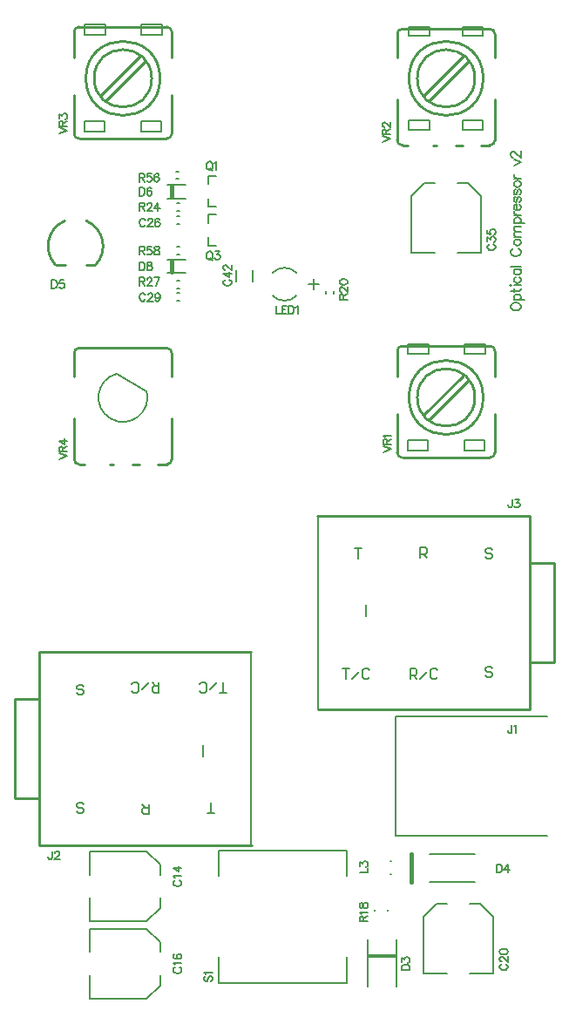
<source format=gbr>
%TF.GenerationSoftware,Altium Limited,Altium Designer,23.4.1 (23)*%
G04 Layer_Color=65535*
%FSLAX26Y26*%
%MOIN*%
%TF.SameCoordinates,0B69EAEB-4B52-49E6-8846-B3B3CADC8916*%
%TF.FilePolarity,Positive*%
%TF.FileFunction,Legend,Top*%
%TF.Part,Single*%
G01*
G75*
%TA.AperFunction,NonConductor*%
%ADD60C,0.010000*%
%ADD61C,0.007874*%
%ADD62C,0.015748*%
%ADD63C,0.008000*%
%ADD64C,0.011811*%
%ADD65C,0.005906*%
%ADD104C,0.007480*%
D60*
X80709Y2086614D02*
G03*
X100394Y2066929I19685J0D01*
G01*
X454737Y2492138D02*
G03*
X435052Y2511823I-19685J0D01*
G01*
X435039Y2066929D02*
G03*
X454724Y2086614I0J19685D01*
G01*
X100406Y2511823D02*
G03*
X80721Y2492138I-0J-19685D01*
G01*
X409680Y3543319D02*
G03*
X409680Y3543319I-141951J0D01*
G01*
X377772D02*
G03*
X377772Y3543319I-110043J0D01*
G01*
X100406Y3740169D02*
G03*
X80721Y3720484I-0J-19685D01*
G01*
X435052Y3313004D02*
G03*
X454737Y3332689I0J19685D01*
G01*
Y3720484D02*
G03*
X435052Y3740169I-19685J0D01*
G01*
X80722Y3332689D02*
G03*
X100406Y3313003I19685J0D01*
G01*
X1645901Y3543319D02*
G03*
X1645901Y3543319I-141951J0D01*
G01*
X1613993D02*
G03*
X1613993Y3543319I-110043J0D01*
G01*
X1336627Y3732295D02*
G03*
X1316942Y3712610I-0J-19685D01*
G01*
X1671260Y3287402D02*
G03*
X1690945Y3307086I0J19685D01*
G01*
X1690958Y3712610D02*
G03*
X1671273Y3732295I-19685J0D01*
G01*
X1316929Y3307086D02*
G03*
X1336614Y3287401I19685J0D01*
G01*
X1316942Y2112216D02*
G03*
X1336627Y2092531I19685J0D01*
G01*
X1690958Y2500012D02*
G03*
X1671273Y2519697I-19685J0D01*
G01*
Y2092531D02*
G03*
X1690958Y2112216I0J19685D01*
G01*
X1336627Y2519697D02*
G03*
X1316942Y2500012I-0J-19685D01*
G01*
X1613993Y2322846D02*
G03*
X1613993Y2322846I-110043J0D01*
G01*
X1645901D02*
G03*
X1645901Y2322846I-141951J0D01*
G01*
X44701Y2997976D02*
G03*
X8202Y2831564I41914J-96401D01*
G01*
X163303Y2829680D02*
G03*
X128528Y2997976I-76688J71895D01*
G01*
X1824803Y1308032D02*
X1917323D01*
Y1688032D01*
X1824803D02*
X1917323D01*
X1824803Y1128543D02*
Y1817520D01*
Y1852953D01*
X1013780Y1128543D02*
X1824803D01*
X1011811Y1868701D02*
X1824803D01*
Y1852953D02*
Y1868701D01*
X1011811D02*
X1023622D01*
X-145669Y1170315D02*
X-53150D01*
X-145669Y790315D02*
Y1170315D01*
Y790315D02*
X-53150D01*
Y660827D02*
Y1349803D01*
Y625394D02*
Y660827D01*
Y1349803D02*
X757874D01*
X-53150Y609646D02*
X759842D01*
X-53150D02*
Y625394D01*
X748032Y609646D02*
X759842D01*
X80709Y2086614D02*
Y2244094D01*
X100394Y2066929D02*
X122047D01*
X454724Y2086614D02*
Y2244094D01*
X454737Y2492138D02*
X454737Y2401575D01*
X100406Y2511823D02*
X435052D01*
X80721Y2401575D02*
Y2492138D01*
X401575Y2066929D02*
X436024D01*
X303150D02*
X329724D01*
X216535D02*
X232283D01*
X181607Y3476882D02*
X333182Y3628456D01*
X200308Y3456212D02*
X354344Y3610248D01*
X80721Y3622059D02*
Y3720484D01*
X100406Y3740169D02*
X435052D01*
X454737Y3720484D02*
X454737Y3622059D01*
Y3332689D02*
Y3480327D01*
X100406Y3313004D02*
X435052D01*
X80721Y3332689D02*
Y3480327D01*
X1452756Y3287402D02*
X1468504D01*
X1539370D02*
X1565945D01*
X1637795D02*
X1672244D01*
X1417828Y3476882D02*
X1569402Y3628456D01*
X1436528Y3456212D02*
X1590564Y3610248D01*
X1316942Y3622047D02*
Y3712610D01*
X1336627Y3732295D02*
X1671273D01*
X1690958Y3712610D02*
X1690958Y3622047D01*
X1690945Y3307087D02*
Y3464567D01*
X1336614Y3287402D02*
X1358268D01*
X1316929Y3307086D02*
Y3464567D01*
X1316942Y2112216D02*
Y2259854D01*
X1336627Y2092531D02*
X1671273D01*
X1690958Y2112216D02*
Y2259854D01*
X1690958Y2500012D02*
X1690958Y2401586D01*
X1336627Y2519697D02*
X1671273D01*
X1316942Y2401586D02*
Y2500012D01*
X1436528Y2235740D02*
X1590564Y2389775D01*
X1417828Y2256409D02*
X1569402Y2407984D01*
X10827Y2828740D02*
X47244D01*
X125984D02*
X161417D01*
D61*
X244095Y2413386D02*
G03*
X358511Y2345534I23635J-90540D01*
G01*
X931368Y2799426D02*
G03*
X840286Y2799426I-45541J-43520D01*
G01*
Y2712385D02*
G03*
X931368Y2712385I45541J43520D01*
G01*
X474905Y3016732D02*
X482779D01*
X474905Y2987205D02*
X482779D01*
X592520Y2903543D02*
X624016D01*
X592520D02*
Y2935039D01*
Y3021653D02*
X624016D01*
X592520Y2990157D02*
Y3021653D01*
X474905Y3036417D02*
X482779D01*
X474905Y3065945D02*
X482779D01*
X438976Y3084646D02*
X505906D01*
X438976Y3135827D02*
X505906D01*
X592520Y3053150D02*
X624016D01*
X592520D02*
Y3084646D01*
Y3171260D02*
X624016D01*
X592520Y3139764D02*
Y3171260D01*
X472441Y3187992D02*
X480315D01*
X472441Y3158465D02*
X480315D01*
X438976Y2799213D02*
X505906D01*
X438976Y2850394D02*
X505906D01*
X474905Y2770669D02*
X482779D01*
X474905Y2741142D02*
X482779D01*
X474905Y2721457D02*
X482779D01*
X474905Y2691929D02*
X482779D01*
X474905Y2869095D02*
X482779D01*
X474905Y2898622D02*
X482779D01*
X762795Y2767716D02*
Y2811024D01*
X701772Y2767716D02*
Y2811024D01*
X1196851Y1486220D02*
Y1529528D01*
X1013780Y1128543D02*
Y1869094D01*
X574803Y948819D02*
Y992126D01*
X757874Y609252D02*
Y1349803D01*
X1289370Y498031D02*
X1293307D01*
X1289370Y549213D02*
X1293307D01*
X1417323Y118110D02*
Y335138D01*
Y118110D02*
X1506890D01*
X1595472D02*
X1685039D01*
Y335138D01*
X1468012Y385827D02*
X1506890D01*
X1417323Y335138D02*
X1468012Y385827D01*
X1634350D02*
X1685039Y335138D01*
X1595472Y385827D02*
X1634350D01*
X1281496Y360236D02*
Y364173D01*
X1230315Y360236D02*
Y364173D01*
X1441437Y577264D02*
X1613681D01*
X1441437Y469980D02*
X1613681D01*
X141732Y291339D02*
X358760D01*
X141732Y201772D02*
Y291339D01*
Y23622D02*
Y113189D01*
Y23622D02*
X358760D01*
X409449Y201772D02*
Y240650D01*
X358760Y291339D02*
X409449Y240650D01*
X358760Y23622D02*
X409449Y74311D01*
Y113189D01*
X141732Y586614D02*
X358760D01*
X141732Y497047D02*
Y586614D01*
Y318898D02*
Y408465D01*
Y318898D02*
X358760D01*
X409449Y497047D02*
Y535925D01*
X358760Y586614D02*
X409449Y535925D01*
X358760Y318898D02*
X409449Y369587D01*
Y408465D01*
X244095Y2413386D02*
X358268Y2346457D01*
X120091Y3708673D02*
Y3727374D01*
Y3708673D02*
X199816D01*
Y3748043D01*
X120091D02*
X199816D01*
X120091Y3727374D02*
Y3748043D01*
X416351Y3708673D02*
Y3728358D01*
X338595Y3708673D02*
X405525D01*
X338595D02*
Y3748043D01*
X416351D01*
Y3728358D02*
Y3748043D01*
X404540Y3313004D02*
X405525D01*
X337611Y3340563D02*
Y3379933D01*
X120091Y3339579D02*
Y3378949D01*
X198832D01*
Y3339579D02*
Y3378949D01*
X120091Y3339579D02*
X198832D01*
X405525Y3708673D02*
X416351D01*
X337611Y3379933D02*
X415367D01*
Y3360248D02*
Y3379933D01*
X337611Y3340563D02*
X415367D01*
Y3352374D02*
X415367Y3352374D01*
Y3340563D02*
Y3360248D01*
X1566955Y3740157D02*
X1645695D01*
X1566955Y3704724D02*
Y3740157D01*
Y3704724D02*
X1645695D01*
Y3740157D01*
X1362205Y3346480D02*
X1440945D01*
Y3381913D01*
X1362205D02*
X1440945D01*
X1362205Y3346480D02*
Y3381913D01*
X1566955Y3346480D02*
X1645695D01*
X1566955D02*
Y3381913D01*
X1645695D01*
Y3346480D02*
Y3381913D01*
X1362205Y3740157D02*
X1440945D01*
Y3704724D02*
Y3740157D01*
X1362205Y3704724D02*
X1440945D01*
X1362205D02*
Y3740157D01*
X1651588Y2120090D02*
Y2139775D01*
X1651588Y2131901D02*
X1651588Y2131901D01*
X1573832Y2120090D02*
X1651588D01*
X1651588Y2139775D02*
Y2159460D01*
X1573832D02*
X1651588D01*
X1641745Y2488201D02*
X1652572D01*
X1356312Y2119106D02*
X1435052D01*
Y2158476D01*
X1356312D02*
X1435052D01*
X1356312Y2119106D02*
Y2158476D01*
X1573832Y2120090D02*
Y2159460D01*
X1640761Y2092531D02*
X1641745D01*
X1652572Y2507886D02*
Y2527571D01*
X1574816D02*
X1652572D01*
X1574816Y2488201D02*
Y2527571D01*
Y2488201D02*
X1641745D01*
X1652572D02*
Y2507886D01*
X1356312Y2506901D02*
Y2527571D01*
X1436036D01*
Y2488201D02*
Y2527571D01*
X1356312Y2488201D02*
X1436036D01*
X1356312D02*
Y2506901D01*
X1122953Y493583D02*
Y588583D01*
Y83583D02*
Y183583D01*
X632953Y493583D02*
Y588583D01*
Y83583D02*
Y183583D01*
Y83583D02*
X1122953D01*
X632953Y588583D02*
X1122953D01*
X1044291Y2720472D02*
Y2728346D01*
X1073819Y2720472D02*
Y2728346D01*
X999134Y2735905D02*
Y2745905D01*
Y2765905D02*
Y2775905D01*
X979134Y2755905D02*
X1019134D01*
X999134Y2745905D02*
Y2765905D01*
X1548228Y3142717D02*
X1587106D01*
X1637795Y3092028D01*
X1370079D02*
X1420768Y3142717D01*
X1459646D01*
X1637795Y2875000D02*
Y3092028D01*
X1548228Y2875000D02*
X1637795D01*
X1370079D02*
X1459646D01*
X1370079D02*
Y3092028D01*
X1750667Y2666758D02*
X1752542Y2663009D01*
X1756290Y2659260D01*
X1760039Y2657386D01*
X1765662Y2655512D01*
X1775034D01*
X1780657Y2657386D01*
X1784406Y2659260D01*
X1788155Y2663009D01*
X1790029Y2666758D01*
Y2674256D01*
X1788155Y2678004D01*
X1784406Y2681753D01*
X1780657Y2683627D01*
X1775034Y2685502D01*
X1765662D01*
X1760039Y2683627D01*
X1756290Y2681753D01*
X1752542Y2678004D01*
X1750667Y2674256D01*
Y2666758D01*
X1763788Y2694686D02*
X1803150D01*
X1769411D02*
X1765662Y2698435D01*
X1763788Y2702184D01*
Y2707807D01*
X1765662Y2711555D01*
X1769411Y2715304D01*
X1775034Y2717178D01*
X1778783D01*
X1784406Y2715304D01*
X1788155Y2711555D01*
X1790029Y2707807D01*
Y2702184D01*
X1788155Y2698435D01*
X1784406Y2694686D01*
X1750667Y2731236D02*
X1782532D01*
X1788155Y2733110D01*
X1790029Y2736859D01*
Y2740608D01*
X1763788Y2725613D02*
Y2738734D01*
X1750667Y2749980D02*
X1752542Y2751854D01*
X1750667Y2753729D01*
X1748793Y2751854D01*
X1750667Y2749980D01*
X1763788Y2751854D02*
X1790029D01*
X1769411Y2783156D02*
X1765662Y2779407D01*
X1763788Y2775659D01*
Y2770035D01*
X1765662Y2766287D01*
X1769411Y2762538D01*
X1775034Y2760664D01*
X1778783D01*
X1784406Y2762538D01*
X1788155Y2766287D01*
X1790029Y2770035D01*
Y2775659D01*
X1788155Y2779407D01*
X1784406Y2783156D01*
X1763788Y2814083D02*
X1790029D01*
X1769411D02*
X1765662Y2810334D01*
X1763788Y2806586D01*
Y2800962D01*
X1765662Y2797214D01*
X1769411Y2793465D01*
X1775034Y2791591D01*
X1778783D01*
X1784406Y2793465D01*
X1788155Y2797214D01*
X1790029Y2800962D01*
Y2806586D01*
X1788155Y2810334D01*
X1784406Y2814083D01*
X1750667Y2824579D02*
X1790029D01*
X1760039Y2891869D02*
X1756290Y2889995D01*
X1752542Y2886246D01*
X1750667Y2882497D01*
Y2875000D01*
X1752542Y2871251D01*
X1756290Y2867502D01*
X1760039Y2865628D01*
X1765662Y2863754D01*
X1775034D01*
X1780657Y2865628D01*
X1784406Y2867502D01*
X1788155Y2871251D01*
X1790029Y2875000D01*
Y2882497D01*
X1788155Y2886246D01*
X1784406Y2889995D01*
X1780657Y2891869D01*
X1763788Y2912300D02*
X1765662Y2908551D01*
X1769411Y2904802D01*
X1775034Y2902928D01*
X1778783D01*
X1784406Y2904802D01*
X1788155Y2908551D01*
X1790029Y2912300D01*
Y2917923D01*
X1788155Y2921671D01*
X1784406Y2925420D01*
X1778783Y2927294D01*
X1775034D01*
X1769411Y2925420D01*
X1765662Y2921671D01*
X1763788Y2917923D01*
Y2912300D01*
Y2935917D02*
X1790029D01*
X1771285D02*
X1765662Y2941540D01*
X1763788Y2945288D01*
Y2950912D01*
X1765662Y2954660D01*
X1771285Y2956535D01*
X1790029D01*
X1771285D02*
X1765662Y2962158D01*
X1763788Y2965906D01*
Y2971530D01*
X1765662Y2975278D01*
X1771285Y2977153D01*
X1790029D01*
X1763788Y2989523D02*
X1803150D01*
X1769411D02*
X1765662Y2993272D01*
X1763788Y2997021D01*
Y3002644D01*
X1765662Y3006393D01*
X1769411Y3010141D01*
X1775034Y3012016D01*
X1778783D01*
X1784406Y3010141D01*
X1788155Y3006393D01*
X1790029Y3002644D01*
Y2997021D01*
X1788155Y2993272D01*
X1784406Y2989523D01*
X1763788Y3020450D02*
X1790029D01*
X1775034D02*
X1769411Y3022325D01*
X1765662Y3026073D01*
X1763788Y3029822D01*
Y3035445D01*
X1775034Y3039007D02*
Y3061499D01*
X1771285D01*
X1767537Y3059625D01*
X1765662Y3057750D01*
X1763788Y3054001D01*
Y3048378D01*
X1765662Y3044630D01*
X1769411Y3040881D01*
X1775034Y3039007D01*
X1778783D01*
X1784406Y3040881D01*
X1788155Y3044630D01*
X1790029Y3048378D01*
Y3054001D01*
X1788155Y3057750D01*
X1784406Y3061499D01*
X1769411Y3090552D02*
X1765662Y3088677D01*
X1763788Y3083054D01*
Y3077431D01*
X1765662Y3071808D01*
X1769411Y3069934D01*
X1773160Y3071808D01*
X1775034Y3075557D01*
X1776908Y3084928D01*
X1778783Y3088677D01*
X1782532Y3090552D01*
X1784406D01*
X1788155Y3088677D01*
X1790029Y3083054D01*
Y3077431D01*
X1788155Y3071808D01*
X1784406Y3069934D01*
X1769411Y3119417D02*
X1765662Y3117543D01*
X1763788Y3111919D01*
Y3106296D01*
X1765662Y3100673D01*
X1769411Y3098799D01*
X1773160Y3100673D01*
X1775034Y3104422D01*
X1776908Y3113794D01*
X1778783Y3117543D01*
X1782532Y3119417D01*
X1784406D01*
X1788155Y3117543D01*
X1790029Y3111919D01*
Y3106296D01*
X1788155Y3100673D01*
X1784406Y3098799D01*
X1763788Y3137036D02*
X1765662Y3133287D01*
X1769411Y3129538D01*
X1775034Y3127664D01*
X1778783D01*
X1784406Y3129538D01*
X1788155Y3133287D01*
X1790029Y3137036D01*
Y3142659D01*
X1788155Y3146408D01*
X1784406Y3150156D01*
X1778783Y3152031D01*
X1775034D01*
X1769411Y3150156D01*
X1765662Y3146408D01*
X1763788Y3142659D01*
Y3137036D01*
Y3160653D02*
X1790029D01*
X1775034D02*
X1769411Y3162527D01*
X1765662Y3166276D01*
X1763788Y3170025D01*
Y3175648D01*
Y3210136D02*
X1790029Y3221382D01*
X1763788Y3232628D02*
X1790029Y3221382D01*
X1760039Y3240876D02*
X1758165D01*
X1754416Y3242750D01*
X1752542Y3244624D01*
X1750667Y3248373D01*
Y3255870D01*
X1752542Y3259619D01*
X1754416Y3261494D01*
X1758165Y3263368D01*
X1761914D01*
X1765662Y3261494D01*
X1771285Y3257745D01*
X1790029Y3239001D01*
Y3265242D01*
X331138Y2899603D02*
Y2868114D01*
Y2899603D02*
X344634D01*
X349132Y2898104D01*
X350632Y2896604D01*
X352131Y2893605D01*
Y2890606D01*
X350632Y2887607D01*
X349132Y2886108D01*
X344634Y2884608D01*
X331138D01*
X341635D02*
X352131Y2868114D01*
X377173Y2899603D02*
X362178D01*
X360678Y2886108D01*
X362178Y2887607D01*
X366676Y2889106D01*
X371175D01*
X375673Y2887607D01*
X378672Y2884608D01*
X380171Y2880110D01*
Y2877111D01*
X378672Y2872612D01*
X375673Y2869613D01*
X371175Y2868114D01*
X366676D01*
X362178Y2869613D01*
X360678Y2871113D01*
X359179Y2874112D01*
X394717Y2899603D02*
X390218Y2898104D01*
X388719Y2895104D01*
Y2892106D01*
X390218Y2889106D01*
X393217Y2887607D01*
X399215Y2886108D01*
X403714Y2884608D01*
X406712Y2881609D01*
X408212Y2878610D01*
Y2874112D01*
X406712Y2871113D01*
X405213Y2869613D01*
X400714Y2868114D01*
X394717D01*
X390218Y2869613D01*
X388719Y2871113D01*
X387219Y2874112D01*
Y2878610D01*
X388719Y2881609D01*
X391718Y2884608D01*
X396216Y2886108D01*
X402214Y2887607D01*
X405213Y2889106D01*
X406712Y2892106D01*
Y2895104D01*
X405213Y2898104D01*
X400714Y2899603D01*
X394717D01*
X331138Y3179130D02*
Y3147641D01*
Y3179130D02*
X344634D01*
X349132Y3177631D01*
X350632Y3176131D01*
X352131Y3173132D01*
Y3170133D01*
X350632Y3167134D01*
X349132Y3165635D01*
X344634Y3164135D01*
X331138D01*
X341635D02*
X352131Y3147641D01*
X377173Y3179130D02*
X362178D01*
X360678Y3165635D01*
X362178Y3167134D01*
X366676Y3168634D01*
X371175D01*
X375673Y3167134D01*
X378672Y3164135D01*
X380171Y3159637D01*
Y3156638D01*
X378672Y3152140D01*
X375673Y3149140D01*
X371175Y3147641D01*
X366676D01*
X362178Y3149140D01*
X360678Y3150640D01*
X359179Y3153639D01*
X405213Y3174632D02*
X403714Y3177631D01*
X399215Y3179130D01*
X396216D01*
X391718Y3177631D01*
X388719Y3173132D01*
X387219Y3165635D01*
Y3158137D01*
X388719Y3152140D01*
X391718Y3149140D01*
X396216Y3147641D01*
X397716D01*
X402214Y3149140D01*
X405213Y3152140D01*
X406712Y3156638D01*
Y3158137D01*
X405213Y3162636D01*
X402214Y3165635D01*
X397716Y3167134D01*
X396216D01*
X391718Y3165635D01*
X388719Y3162636D01*
X387219Y3158137D01*
X659076Y2772660D02*
X656077Y2771161D01*
X653078Y2768162D01*
X651578Y2765163D01*
Y2759165D01*
X653078Y2756166D01*
X656077Y2753167D01*
X659076Y2751668D01*
X663574Y2750168D01*
X671072D01*
X675570Y2751668D01*
X678569Y2753167D01*
X681568Y2756166D01*
X683067Y2759165D01*
Y2765163D01*
X681568Y2768162D01*
X678569Y2771161D01*
X675570Y2772660D01*
X651578Y2796502D02*
X672571Y2781507D01*
Y2804000D01*
X651578Y2796502D02*
X683067D01*
X659076Y2811047D02*
X657576D01*
X654577Y2812547D01*
X653078Y2814046D01*
X651578Y2817045D01*
Y2823043D01*
X653078Y2826042D01*
X654577Y2827542D01*
X657576Y2829041D01*
X660575D01*
X663574Y2827542D01*
X668073Y2824543D01*
X683067Y2809548D01*
Y2830541D01*
X1173232Y506341D02*
X1204721D01*
Y524335D01*
X1173232Y530783D02*
Y547277D01*
X1185227Y538280D01*
Y542779D01*
X1186727Y545778D01*
X1188226Y547277D01*
X1192725Y548777D01*
X1195724D01*
X1200222Y547277D01*
X1203221Y544278D01*
X1204721Y539780D01*
Y535282D01*
X1203221Y530783D01*
X1201722Y529284D01*
X1198723Y527784D01*
X23625Y2086698D02*
X55115Y2098693D01*
X23625Y2110689D02*
X55115Y2098693D01*
X23625Y2114738D02*
X55115D01*
X23625D02*
Y2128233D01*
X25125Y2132732D01*
X26624Y2134231D01*
X29623Y2135731D01*
X32622D01*
X35621Y2134231D01*
X37121Y2132732D01*
X38620Y2128233D01*
Y2114738D01*
Y2125235D02*
X55115Y2135731D01*
X23625Y2157773D02*
X44618Y2142779D01*
Y2165271D01*
X23625Y2157773D02*
X55115D01*
X23625Y3331542D02*
X55115Y3343538D01*
X23625Y3355534D02*
X55115Y3343538D01*
X23625Y3359582D02*
X55115D01*
X23625D02*
Y3373078D01*
X25125Y3377576D01*
X26624Y3379076D01*
X29623Y3380575D01*
X32622D01*
X35621Y3379076D01*
X37121Y3377576D01*
X38620Y3373078D01*
Y3359582D01*
Y3370079D02*
X55115Y3380575D01*
X23625Y3390622D02*
Y3407116D01*
X35621Y3398119D01*
Y3402618D01*
X37121Y3405617D01*
X38620Y3407116D01*
X43119Y3408616D01*
X46118D01*
X50616Y3407116D01*
X53615Y3404117D01*
X55115Y3399619D01*
Y3395120D01*
X53615Y3390622D01*
X52116Y3389122D01*
X49117Y3387623D01*
X1259846Y3300046D02*
X1291335Y3312042D01*
X1259846Y3324038D02*
X1291335Y3312042D01*
X1259846Y3328086D02*
X1291335D01*
X1259846D02*
Y3341582D01*
X1261345Y3346080D01*
X1262845Y3347580D01*
X1265844Y3349079D01*
X1268843D01*
X1271842Y3347580D01*
X1273341Y3346080D01*
X1274841Y3341582D01*
Y3328086D01*
Y3338583D02*
X1291335Y3349079D01*
X1267343Y3357626D02*
X1265844D01*
X1262845Y3359126D01*
X1261345Y3360625D01*
X1259846Y3363624D01*
Y3369622D01*
X1261345Y3372621D01*
X1262845Y3374121D01*
X1265844Y3375620D01*
X1268843D01*
X1271842Y3374121D01*
X1276340Y3371122D01*
X1291335Y3356127D01*
Y3377120D01*
X1263783Y2113880D02*
X1295272Y2125876D01*
X1263783Y2137872D02*
X1295272Y2125876D01*
X1263783Y2141921D02*
X1295272D01*
X1263783D02*
Y2155416D01*
X1265282Y2159914D01*
X1266782Y2161414D01*
X1269781Y2162914D01*
X1272780D01*
X1275779Y2161414D01*
X1277278Y2159914D01*
X1278778Y2155416D01*
Y2141921D01*
Y2152417D02*
X1295272Y2162914D01*
X1269781Y2169961D02*
X1268281Y2172960D01*
X1263783Y2177459D01*
X1295272D01*
X583242Y109523D02*
X580243Y106524D01*
X578743Y102025D01*
Y96028D01*
X580243Y91529D01*
X583242Y88530D01*
X586241D01*
X589240Y90030D01*
X590739Y91529D01*
X592239Y94528D01*
X595238Y103525D01*
X596737Y106524D01*
X598237Y108023D01*
X601236Y109523D01*
X605734D01*
X608733Y106524D01*
X610233Y102025D01*
Y96028D01*
X608733Y91529D01*
X605734Y88530D01*
X584741Y116571D02*
X583242Y119570D01*
X578743Y124068D01*
X610233D01*
X331138Y2781493D02*
Y2750003D01*
Y2781493D02*
X344634D01*
X349132Y2779993D01*
X350632Y2778494D01*
X352131Y2775495D01*
Y2772496D01*
X350632Y2769497D01*
X349132Y2767997D01*
X344634Y2766498D01*
X331138D01*
X341635D02*
X352131Y2750003D01*
X360678Y2773995D02*
Y2775495D01*
X362178Y2778494D01*
X363677Y2779993D01*
X366676Y2781493D01*
X372674D01*
X375673Y2779993D01*
X377173Y2778494D01*
X378672Y2775495D01*
Y2772496D01*
X377173Y2769497D01*
X374173Y2764998D01*
X359179Y2750003D01*
X380171D01*
X408212Y2781493D02*
X393217Y2750003D01*
X387219Y2781493D02*
X408212D01*
X331138Y3066926D02*
Y3035436D01*
Y3066926D02*
X344634D01*
X349132Y3065426D01*
X350632Y3063927D01*
X352131Y3060928D01*
Y3057929D01*
X350632Y3054930D01*
X349132Y3053430D01*
X344634Y3051931D01*
X331138D01*
X341635D02*
X352131Y3035436D01*
X360678Y3059428D02*
Y3060928D01*
X362178Y3063927D01*
X363677Y3065426D01*
X366676Y3066926D01*
X372674D01*
X375673Y3065426D01*
X377173Y3063927D01*
X378672Y3060928D01*
Y3057929D01*
X377173Y3054930D01*
X374173Y3050431D01*
X359179Y3035436D01*
X380171D01*
X402214Y3066926D02*
X387219Y3045933D01*
X409712D01*
X402214Y3066926D02*
Y3035436D01*
X1096460Y2697684D02*
X1127949D01*
X1096460D02*
Y2711179D01*
X1097959Y2715677D01*
X1099459Y2717177D01*
X1102458Y2718676D01*
X1105457D01*
X1108456Y2717177D01*
X1109955Y2715677D01*
X1111455Y2711179D01*
Y2697684D01*
Y2708180D02*
X1127949Y2718676D01*
X1103957Y2727224D02*
X1102458D01*
X1099459Y2728723D01*
X1097959Y2730222D01*
X1096460Y2733222D01*
Y2739219D01*
X1097959Y2742218D01*
X1099459Y2743718D01*
X1102458Y2745217D01*
X1105457D01*
X1108456Y2743718D01*
X1112954Y2740719D01*
X1127949Y2725724D01*
Y2746717D01*
X1096460Y2762762D02*
X1097959Y2758263D01*
X1102458Y2755264D01*
X1109955Y2753765D01*
X1114454D01*
X1121951Y2755264D01*
X1126450Y2758263D01*
X1127949Y2762762D01*
Y2765760D01*
X1126450Y2770259D01*
X1121951Y2773258D01*
X1114454Y2774757D01*
X1109955D01*
X1102458Y2773258D01*
X1097959Y2770259D01*
X1096460Y2765760D01*
Y2762762D01*
X1173232Y318268D02*
X1204721D01*
X1173232D02*
Y331763D01*
X1174731Y336262D01*
X1176230Y337761D01*
X1179229Y339261D01*
X1182228D01*
X1185227Y337761D01*
X1186727Y336262D01*
X1188226Y331763D01*
Y318268D01*
Y328764D02*
X1204721Y339261D01*
X1179229Y346308D02*
X1177730Y349307D01*
X1173232Y353806D01*
X1204721D01*
X1173232Y376898D02*
X1174731Y372400D01*
X1177730Y370900D01*
X1180729D01*
X1183728Y372400D01*
X1185227Y375399D01*
X1186727Y381397D01*
X1188226Y385895D01*
X1191226Y388894D01*
X1194224Y390394D01*
X1198723D01*
X1201722Y388894D01*
X1203221Y387394D01*
X1204721Y382896D01*
Y376898D01*
X1203221Y372400D01*
X1201722Y370900D01*
X1198723Y369401D01*
X1194224D01*
X1191226Y370900D01*
X1188226Y373899D01*
X1186727Y378398D01*
X1185227Y384396D01*
X1183728Y387394D01*
X1180729Y388894D01*
X1177730D01*
X1174731Y387394D01*
X1173232Y382896D01*
Y376898D01*
X595878Y2881417D02*
X592879Y2879918D01*
X589880Y2876919D01*
X588380Y2873920D01*
X586881Y2869421D01*
Y2861924D01*
X588380Y2857425D01*
X589880Y2854427D01*
X592879Y2851427D01*
X595878Y2849928D01*
X601876D01*
X604875Y2851427D01*
X607874Y2854427D01*
X609373Y2857425D01*
X610873Y2861924D01*
Y2869421D01*
X609373Y2873920D01*
X607874Y2876919D01*
X604875Y2879918D01*
X601876Y2881417D01*
X595878D01*
X600376Y2855926D02*
X609373Y2846929D01*
X621219Y2881417D02*
X637714D01*
X628717Y2869421D01*
X633215D01*
X636214Y2867922D01*
X637714Y2866422D01*
X639213Y2861924D01*
Y2858925D01*
X637714Y2854427D01*
X634715Y2851427D01*
X630216Y2849928D01*
X625718D01*
X621219Y2851427D01*
X619720Y2852927D01*
X618220Y2855926D01*
X595878Y3224921D02*
X592879Y3223422D01*
X589880Y3220423D01*
X588380Y3217424D01*
X586881Y3212925D01*
Y3205428D01*
X588380Y3200930D01*
X589880Y3197930D01*
X592879Y3194932D01*
X595878Y3193432D01*
X601876D01*
X604875Y3194932D01*
X607874Y3197930D01*
X609373Y3200930D01*
X610873Y3205428D01*
Y3212925D01*
X609373Y3217424D01*
X607874Y3220423D01*
X604875Y3223422D01*
X601876Y3224921D01*
X595878D01*
X600376Y3199430D02*
X609373Y3190433D01*
X618220Y3218923D02*
X621219Y3220423D01*
X625718Y3224921D01*
Y3193432D01*
X854808Y2673225D02*
Y2641736D01*
X872802D01*
X895744Y2673225D02*
X876251D01*
Y2641736D01*
X895744D01*
X876251Y2658230D02*
X888247D01*
X900992Y2673225D02*
Y2641736D01*
Y2673225D02*
X911489D01*
X915987Y2671726D01*
X918986Y2668727D01*
X920486Y2665727D01*
X921985Y2661229D01*
Y2653731D01*
X920486Y2649233D01*
X918986Y2646234D01*
X915987Y2643235D01*
X911489Y2641736D01*
X900992D01*
X929033Y2667227D02*
X932032Y2668727D01*
X936530Y2673225D01*
Y2641736D01*
X1756732Y1933068D02*
Y1909076D01*
X1755232Y1904577D01*
X1753733Y1903078D01*
X1750734Y1901578D01*
X1747735D01*
X1744736Y1903078D01*
X1743236Y1904577D01*
X1741737Y1909076D01*
Y1912075D01*
X1767828Y1933068D02*
X1784323D01*
X1775326Y1921072D01*
X1779824D01*
X1782823Y1919572D01*
X1784323Y1918072D01*
X1785822Y1913574D01*
Y1910575D01*
X1784323Y1906077D01*
X1781324Y1903078D01*
X1776825Y1901578D01*
X1772327D01*
X1767828Y1903078D01*
X1766329Y1904577D01*
X1764829Y1907576D01*
X-3111Y586611D02*
Y562619D01*
X-4610Y558120D01*
X-6110Y556621D01*
X-9108Y555121D01*
X-12107D01*
X-15107Y556621D01*
X-16606Y558120D01*
X-18105Y562619D01*
Y565618D01*
X6486Y579113D02*
Y580613D01*
X7986Y583612D01*
X9485Y585111D01*
X12484Y586611D01*
X18482D01*
X21481Y585111D01*
X22981Y583612D01*
X24480Y580613D01*
Y577614D01*
X22981Y574615D01*
X19982Y570116D01*
X4987Y555121D01*
X25980D01*
X1755606Y1070863D02*
Y1046871D01*
X1754106Y1042372D01*
X1752607Y1040873D01*
X1749608Y1039373D01*
X1746609D01*
X1743610Y1040873D01*
X1742110Y1042372D01*
X1740611Y1046871D01*
Y1049870D01*
X1763703Y1064865D02*
X1766702Y1066364D01*
X1771200Y1070863D01*
Y1039373D01*
X331138Y2840548D02*
Y2809059D01*
Y2840548D02*
X341635D01*
X346133Y2839048D01*
X349132Y2836049D01*
X350632Y2833050D01*
X352131Y2828552D01*
Y2821054D01*
X350632Y2816556D01*
X349132Y2813557D01*
X346133Y2810558D01*
X341635Y2809059D01*
X331138D01*
X366676Y2840548D02*
X362178Y2839048D01*
X360678Y2836049D01*
Y2833050D01*
X362178Y2830051D01*
X365177Y2828552D01*
X371175Y2827052D01*
X375673Y2825553D01*
X378672Y2822554D01*
X380171Y2819555D01*
Y2815057D01*
X378672Y2812057D01*
X377173Y2810558D01*
X372674Y2809059D01*
X366676D01*
X362178Y2810558D01*
X360678Y2812057D01*
X359179Y2815057D01*
Y2819555D01*
X360678Y2822554D01*
X363677Y2825553D01*
X368176Y2827052D01*
X374173Y2828552D01*
X377173Y2830051D01*
X378672Y2833050D01*
Y2836049D01*
X377173Y2839048D01*
X372674Y2840548D01*
X366676D01*
X331138Y3125981D02*
Y3094492D01*
Y3125981D02*
X341635D01*
X346133Y3124481D01*
X349132Y3121482D01*
X350632Y3118483D01*
X352131Y3113985D01*
Y3106487D01*
X350632Y3101989D01*
X349132Y3098990D01*
X346133Y3095991D01*
X341635Y3094492D01*
X331138D01*
X377173Y3121482D02*
X375673Y3124481D01*
X371175Y3125981D01*
X368176D01*
X363677Y3124481D01*
X360678Y3119983D01*
X359179Y3112485D01*
Y3104988D01*
X360678Y3098990D01*
X363677Y3095991D01*
X368176Y3094492D01*
X369675D01*
X374173Y3095991D01*
X377173Y3098990D01*
X378672Y3103488D01*
Y3104988D01*
X377173Y3109486D01*
X374173Y3112485D01*
X369675Y3113985D01*
X368176D01*
X363677Y3112485D01*
X360678Y3109486D01*
X359179Y3104988D01*
X-4832Y2771650D02*
Y2740161D01*
Y2771650D02*
X5665D01*
X10163Y2770151D01*
X13162Y2767152D01*
X14662Y2764153D01*
X16161Y2759654D01*
Y2752157D01*
X14662Y2747658D01*
X13162Y2744659D01*
X10163Y2741660D01*
X5665Y2740161D01*
X-4832D01*
X41203Y2771650D02*
X26208D01*
X24708Y2758155D01*
X26208Y2759654D01*
X30706Y2761154D01*
X35205D01*
X39703Y2759654D01*
X42702Y2756655D01*
X44202Y2752157D01*
Y2749158D01*
X42702Y2744659D01*
X39703Y2741660D01*
X35205Y2740161D01*
X30706D01*
X26208Y2741660D01*
X24708Y2743160D01*
X23209Y2746159D01*
X1697175Y537398D02*
Y505909D01*
Y537398D02*
X1707671D01*
X1712169Y535899D01*
X1715168Y532900D01*
X1716668Y529901D01*
X1718167Y525402D01*
Y517905D01*
X1716668Y513406D01*
X1715168Y510407D01*
X1712169Y507408D01*
X1707671Y505909D01*
X1697175D01*
X1740210Y537398D02*
X1725215Y516405D01*
X1747707D01*
X1740210Y537398D02*
Y505909D01*
X1332680Y133042D02*
X1364170D01*
X1332680D02*
Y143538D01*
X1334180Y148037D01*
X1337179Y151036D01*
X1340178Y152535D01*
X1344676Y154035D01*
X1352174D01*
X1356672Y152535D01*
X1359671Y151036D01*
X1362670Y148037D01*
X1364170Y143538D01*
Y133042D01*
X1332680Y164081D02*
Y180576D01*
X1344676Y171579D01*
Y176077D01*
X1346176Y179076D01*
X1347675Y180576D01*
X1352174Y182075D01*
X1355173D01*
X1359671Y180576D01*
X1362670Y177577D01*
X1364170Y173078D01*
Y168580D01*
X1362670Y164081D01*
X1361171Y162582D01*
X1358172Y161082D01*
X1668918Y2908487D02*
X1665919Y2906988D01*
X1662920Y2903989D01*
X1661420Y2900990D01*
Y2894992D01*
X1662920Y2891993D01*
X1665919Y2888994D01*
X1668918Y2887494D01*
X1673417Y2885995D01*
X1680914D01*
X1685412Y2887494D01*
X1688411Y2888994D01*
X1691410Y2891993D01*
X1692910Y2894992D01*
Y2900990D01*
X1691410Y2903989D01*
X1688411Y2906988D01*
X1685412Y2908487D01*
X1661420Y2920333D02*
Y2936827D01*
X1673417Y2927831D01*
Y2932329D01*
X1674916Y2935328D01*
X1676416Y2936827D01*
X1680914Y2938327D01*
X1683913D01*
X1688411Y2936827D01*
X1691410Y2933829D01*
X1692910Y2929330D01*
Y2924832D01*
X1691410Y2920333D01*
X1689911Y2918834D01*
X1686912Y2917334D01*
X1661420Y2963369D02*
Y2948374D01*
X1674916Y2946874D01*
X1673417Y2948374D01*
X1671917Y2952872D01*
Y2957370D01*
X1673417Y2961869D01*
X1676416Y2964868D01*
X1680914Y2966367D01*
X1683913D01*
X1688411Y2964868D01*
X1691410Y2961869D01*
X1692910Y2957370D01*
Y2952872D01*
X1691410Y2948374D01*
X1689911Y2946874D01*
X1686912Y2945375D01*
X353630Y2714940D02*
X352131Y2717939D01*
X349132Y2720938D01*
X346133Y2722438D01*
X340135D01*
X337136Y2720938D01*
X334137Y2717939D01*
X332638Y2714940D01*
X331138Y2710442D01*
Y2702944D01*
X332638Y2698446D01*
X334137Y2695447D01*
X337136Y2692448D01*
X340135Y2690948D01*
X346133D01*
X349132Y2692448D01*
X352131Y2695447D01*
X353630Y2698446D01*
X363977Y2714940D02*
Y2716440D01*
X365476Y2719439D01*
X366976Y2720938D01*
X369975Y2722438D01*
X375973D01*
X378972Y2720938D01*
X380471Y2719439D01*
X381971Y2716440D01*
Y2713441D01*
X380471Y2710442D01*
X377472Y2705943D01*
X362478Y2690948D01*
X383470D01*
X410011Y2711941D02*
X408512Y2707443D01*
X405513Y2704444D01*
X401014Y2702944D01*
X399515D01*
X395017Y2704444D01*
X392017Y2707443D01*
X390518Y2711941D01*
Y2713441D01*
X392017Y2717939D01*
X395017Y2720938D01*
X399515Y2722438D01*
X401014D01*
X405513Y2720938D01*
X408512Y2717939D01*
X410011Y2711941D01*
Y2704444D01*
X408512Y2696946D01*
X405513Y2692448D01*
X401014Y2690948D01*
X398015D01*
X393517Y2692448D01*
X392017Y2695447D01*
X353630Y3000373D02*
X352131Y3003372D01*
X349132Y3006371D01*
X346133Y3007871D01*
X340135D01*
X337136Y3006371D01*
X334137Y3003372D01*
X332638Y3000373D01*
X331138Y2995875D01*
Y2988377D01*
X332638Y2983879D01*
X334137Y2980880D01*
X337136Y2977881D01*
X340135Y2976381D01*
X346133D01*
X349132Y2977881D01*
X352131Y2980880D01*
X353630Y2983879D01*
X363977Y3000373D02*
Y3001873D01*
X365476Y3004872D01*
X366976Y3006371D01*
X369975Y3007871D01*
X375973D01*
X378972Y3006371D01*
X380471Y3004872D01*
X381971Y3001873D01*
Y2998874D01*
X380471Y2995875D01*
X377472Y2991376D01*
X362478Y2976381D01*
X383470D01*
X408512Y3003372D02*
X407012Y3006371D01*
X402514Y3007871D01*
X399515D01*
X395017Y3006371D01*
X392017Y3001873D01*
X390518Y2994375D01*
Y2986878D01*
X392017Y2980880D01*
X395017Y2977881D01*
X399515Y2976381D01*
X401014D01*
X405513Y2977881D01*
X408512Y2980880D01*
X410011Y2985378D01*
Y2986878D01*
X408512Y2991376D01*
X405513Y2994375D01*
X401014Y2995875D01*
X399515D01*
X395017Y2994375D01*
X392017Y2991376D01*
X390518Y2986878D01*
X1716162Y155534D02*
X1713163Y154035D01*
X1710164Y151036D01*
X1708665Y148037D01*
Y142039D01*
X1710164Y139040D01*
X1713163Y136041D01*
X1716162Y134541D01*
X1720661Y133042D01*
X1728158D01*
X1732657Y134541D01*
X1735656Y136041D01*
X1738655Y139040D01*
X1740154Y142039D01*
Y148037D01*
X1738655Y151036D01*
X1735656Y154035D01*
X1732657Y155534D01*
X1716162Y165881D02*
X1714663D01*
X1711664Y167380D01*
X1710164Y168880D01*
X1708665Y171879D01*
Y177877D01*
X1710164Y180876D01*
X1711664Y182375D01*
X1714663Y183875D01*
X1717662D01*
X1720661Y182375D01*
X1725159Y179376D01*
X1740154Y164381D01*
Y185374D01*
X1708665Y201419D02*
X1710164Y196920D01*
X1714663Y193921D01*
X1722160Y192422D01*
X1726659D01*
X1734156Y193921D01*
X1738655Y196920D01*
X1740154Y201419D01*
Y204418D01*
X1738655Y208916D01*
X1734156Y211915D01*
X1726659Y213415D01*
X1722160D01*
X1714663Y211915D01*
X1710164Y208916D01*
X1708665Y204418D01*
Y201419D01*
X468130Y143010D02*
X465132Y141511D01*
X462132Y138512D01*
X460633Y135513D01*
Y129515D01*
X462132Y126516D01*
X465132Y123517D01*
X468130Y122017D01*
X472629Y120518D01*
X480127D01*
X484625Y122017D01*
X487624Y123517D01*
X490623Y126516D01*
X492122Y129515D01*
Y135513D01*
X490623Y138512D01*
X487624Y141511D01*
X484625Y143010D01*
X466631Y151857D02*
X465132Y154856D01*
X460633Y159355D01*
X492122D01*
X465132Y192943D02*
X462132Y191444D01*
X460633Y186945D01*
Y183946D01*
X462132Y179448D01*
X466631Y176449D01*
X474128Y174949D01*
X481626D01*
X487624Y176449D01*
X490623Y179448D01*
X492122Y183946D01*
Y185446D01*
X490623Y189944D01*
X487624Y192943D01*
X483125Y194443D01*
X481626D01*
X477127Y192943D01*
X474128Y189944D01*
X472629Y185446D01*
Y183946D01*
X474128Y179448D01*
X477127Y176449D01*
X481626Y174949D01*
X468130Y476156D02*
X465131Y474657D01*
X462132Y471658D01*
X460633Y468659D01*
Y462661D01*
X462132Y459662D01*
X465131Y456663D01*
X468130Y455163D01*
X472629Y453664D01*
X480126D01*
X484625Y455163D01*
X487624Y456663D01*
X490623Y459662D01*
X492122Y462661D01*
Y468659D01*
X490623Y471658D01*
X487624Y474657D01*
X484625Y476156D01*
X466631Y485003D02*
X465131Y488002D01*
X460633Y492501D01*
X492122D01*
X460633Y523090D02*
X481626Y508096D01*
Y530588D01*
X460633Y523090D02*
X492122D01*
D62*
X454724Y3089567D02*
Y3130905D01*
Y2804134D02*
Y2845472D01*
X1371063Y469980D02*
Y577264D01*
D63*
X1309764Y646772D02*
X1889764D01*
X1309764D02*
Y1101772D01*
X1889764D01*
D64*
X1209842Y185551D02*
X1309842D01*
D65*
X1204842Y70551D02*
Y250551D01*
X1314842Y70551D02*
Y250551D01*
D104*
X1679782Y1286735D02*
X1673222Y1293294D01*
X1660103D01*
X1653543Y1286735D01*
Y1280175D01*
X1660103Y1273616D01*
X1673222D01*
X1679782Y1267056D01*
Y1260497D01*
X1673222Y1253937D01*
X1660103D01*
X1653543Y1260497D01*
X1679782Y1739491D02*
X1673222Y1746050D01*
X1660103D01*
X1653543Y1739491D01*
Y1732931D01*
X1660103Y1726372D01*
X1673222D01*
X1679782Y1719812D01*
Y1713253D01*
X1673222Y1706693D01*
X1660103D01*
X1653543Y1713253D01*
X1405512Y1710630D02*
Y1749987D01*
X1425191D01*
X1431750Y1743428D01*
Y1730309D01*
X1425191Y1723749D01*
X1405512D01*
X1418631D02*
X1431750Y1710630D01*
X1366142Y1246063D02*
Y1285420D01*
X1385821D01*
X1392380Y1278861D01*
Y1265742D01*
X1385821Y1259182D01*
X1366142D01*
X1379261D02*
X1392380Y1246063D01*
X1405499D02*
X1431737Y1272301D01*
X1471095Y1278861D02*
X1464535Y1285420D01*
X1451416D01*
X1444857Y1278861D01*
Y1252623D01*
X1451416Y1246063D01*
X1464535D01*
X1471095Y1252623D01*
X1106299Y1285420D02*
X1132537D01*
X1119418D01*
Y1246063D01*
X1145657D02*
X1171895Y1272301D01*
X1211252Y1278861D02*
X1204693Y1285420D01*
X1191574D01*
X1185014Y1278861D01*
Y1252623D01*
X1191574Y1246063D01*
X1204693D01*
X1211252Y1252623D01*
X1153543Y1746050D02*
X1179782D01*
X1166662D01*
Y1706693D01*
X91872Y1191612D02*
X98431Y1185052D01*
X111551D01*
X118110Y1191612D01*
Y1198171D01*
X111551Y1204731D01*
X98431D01*
X91872Y1211290D01*
Y1217850D01*
X98431Y1224409D01*
X111551D01*
X118110Y1217850D01*
X91872Y738856D02*
X98431Y732296D01*
X111551D01*
X118110Y738856D01*
Y745415D01*
X111551Y751975D01*
X98431D01*
X91872Y758534D01*
Y765094D01*
X98431Y771654D01*
X111551D01*
X118110Y765094D01*
X366142Y767717D02*
Y728359D01*
X346463D01*
X339904Y734919D01*
Y748038D01*
X346463Y754597D01*
X366142D01*
X353023D02*
X339904Y767717D01*
X405512Y1232284D02*
Y1192926D01*
X385833D01*
X379274Y1199486D01*
Y1212605D01*
X385833Y1219164D01*
X405512D01*
X392393D02*
X379274Y1232284D01*
X366154D02*
X339916Y1206045D01*
X300559Y1199486D02*
X307118Y1192926D01*
X320237D01*
X326797Y1199486D01*
Y1225724D01*
X320237Y1232284D01*
X307118D01*
X300559Y1225724D01*
X665354Y1192926D02*
X639116D01*
X652235D01*
Y1232284D01*
X625997D02*
X599759Y1206045D01*
X560401Y1199486D02*
X566961Y1192926D01*
X580080D01*
X586639Y1199486D01*
Y1225724D01*
X580080Y1232284D01*
X566961D01*
X560401Y1225724D01*
X618110Y732296D02*
X591872D01*
X604991D01*
Y771654D01*
%TF.MD5,09262b4445fb1f821d13c13f754db16a*%
M02*

</source>
